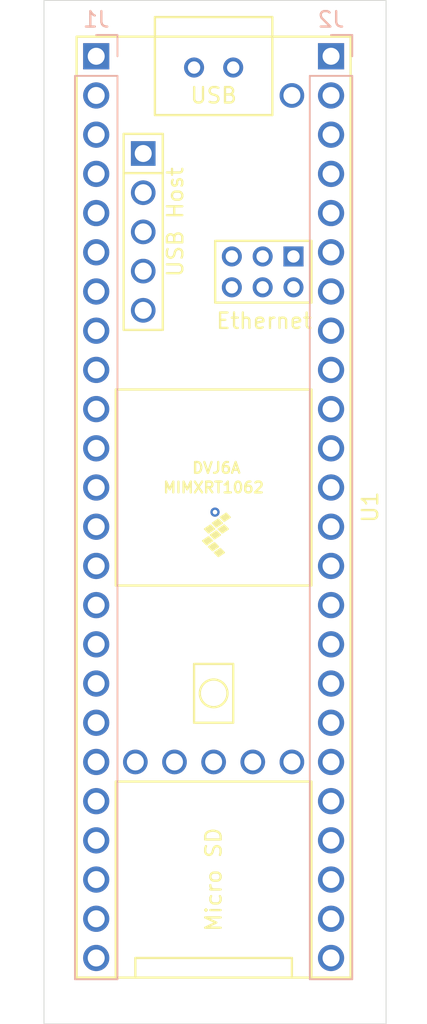
<source format=kicad_pcb>
(kicad_pcb (version 20241229) (generator "pcbnew") (generator_version "9.0")
  (layers (0 "F.Cu" signal) (2 "B.Cu" signal) (13 "F.Paste" user) (15 "B.Paste" user) (5 "F.SilkS" user "F.Silkscreen") (7 "B.SilkS" user "B.Silkscreen") (1 "F.Mask" user) (3 "B.Mask" user) (25 "Edge.Cuts" user))
  (net 0 "")
  (net 1 "Net-(J1-Pin_1)")
  (net 2 "Net-(J1-Pin_11)")
  (net 3 "Net-(J1-Pin_15)")
  (net 4 "Net-(J1-Pin_7)")
  (net 5 "Net-(J1-Pin_20)")
  (net 6 "Net-(J1-Pin_5)")
  (net 7 "Net-(J1-Pin_6)")
  (net 8 "Net-(J1-Pin_17)")
  (net 9 "Net-(J1-Pin_12)")
  (net 10 "Net-(J1-Pin_14)")
  (net 11 "Net-(J1-Pin_9)")
  (net 12 "Net-(J1-Pin_3)")
  (net 13 "Net-(J1-Pin_4)")
  (net 14 "Net-(J1-Pin_10)")
  (net 15 "Net-(J1-Pin_19)")
  (net 16 "Net-(J1-Pin_13)")
  (net 17 "Net-(J1-Pin_18)")
  (net 18 "Net-(J1-Pin_23)")
  (net 19 "Net-(J1-Pin_24)")
  (net 20 "Net-(J1-Pin_21)")
  (net 21 "Net-(J1-Pin_22)")
  (net 22 "Net-(J1-Pin_16)")
  (net 23 "Net-(J1-Pin_8)")
  (net 24 "Net-(J1-Pin_2)")
  (net 25 "Net-(J2-Pin_24)")
  (net 26 "Net-(J2-Pin_5)")
  (net 27 "Net-(J2-Pin_23)")
  (net 28 "Net-(J2-Pin_16)")
  (net 29 "Net-(J2-Pin_13)")
  (net 30 "Net-(J2-Pin_18)")
  (net 31 "Net-(J2-Pin_2)")
  (net 32 "Net-(J2-Pin_14)")
  (net 33 "Net-(J2-Pin_3)")
  (net 34 "Net-(J2-Pin_7)")
  (net 35 "Net-(J2-Pin_17)")
  (net 36 "Net-(J2-Pin_20)")
  (net 37 "Net-(J2-Pin_15)")
  (net 38 "Net-(J2-Pin_8)")
  (net 39 "Net-(J2-Pin_11)")
  (net 40 "Net-(J2-Pin_1)")
  (net 41 "Net-(J2-Pin_6)")
  (net 42 "Net-(J2-Pin_9)")
  (net 43 "Net-(J2-Pin_4)")
  (net 44 "Net-(J2-Pin_19)")
  (net 45 "Net-(J2-Pin_21)")
  (net 46 "Net-(J2-Pin_22)")
  (net 47 "Net-(J2-Pin_12)")
  (net 48 "Net-(J2-Pin_10)")
  (footprint "Teensy_Library:Teensy41" (layer "F.Cu") (at 148.41 104.675 -90)
    (property "Reference" "U1" (at 0 -10.16 90) (layer "F.SilkS"))
    (property "Value" "Teensy4.1")
    (fp_line (start -30.48 8.89) (end -30.48 -8.89) (stroke (width 0.15)) (layer "F.SilkS"))
    (fp_line (start 30.48 8.89) (end -30.48 8.89) (stroke (width 0.15)) (layer "F.SilkS"))
    (fp_line (start -7.62 6.35) (end 5.08 6.35) (stroke (width 0.15)) (layer "F.SilkS"))
    (fp_line (start 5.08 6.35) (end 5.08 -6.35) (stroke (width 0.15)) (layer "F.SilkS"))
    (fp_line (start 17.78 6.35) (end 30.48 6.35) (stroke (width 0.15)) (layer "F.SilkS"))
    (fp_line (start -24.1808 5.8392) (end -24.1808 3.2992) (stroke (width 0.15)) (layer "F.SilkS"))
    (fp_line (start -11.4808 5.8392) (end -24.1808 5.8392) (stroke (width 0.15)) (layer "F.SilkS"))
    (fp_line (start 29.21 5.08) (end 30.48 5.08) (stroke (width 0.15)) (layer "F.SilkS"))
    (fp_line (start -31.75 3.81) (end -31.75 -3.81) (stroke (width 0.15)) (layer "F.SilkS"))
    (fp_line (start -30.48 3.81) (end -31.75 3.81) (stroke (width 0.15)) (layer "F.SilkS"))
    (fp_line (start -25.4 3.81) (end -30.48 3.81) (stroke (width 0.15)) (layer "F.SilkS"))
    (fp_line (start -25.4 3.81) (end -25.4 -3.81) (stroke (width 0.15)) (layer "F.SilkS"))
    (fp_line (start -24.1808 3.2992) (end -21.6408 3.2992) (stroke (width 0.15)) (layer "F.SilkS"))
    (fp_line (start -24.1808 3.2992) (end -11.4808 3.2992) (stroke (width 0.15)) (layer "F.SilkS"))
    (fp_line (start -21.6408 3.2992) (end -21.6408 5.8392) (stroke (width 0.15)) (layer "F.SilkS"))
    (fp_line (start -11.4808 3.2992) (end -11.4808 5.8392) (stroke (width 0.15)) (layer "F.SilkS"))
    (fp_line (start 10.16 1.27) (end 10.16 -1.27) (stroke (width 0.15)) (layer "F.SilkS"))
    (fp_line (start 13.97 1.27) (end 10.16 1.27) (stroke (width 0.15)) (layer "F.SilkS"))
    (fp_line (start -17.25 -0.1016) (end -13.25 -0.1016) (stroke (width 0.15)) (layer "F.SilkS"))
    (fp_line (start -13.25 -0.1016) (end -13.25 -6.3516) (stroke (width 0.15)) (layer "F.SilkS"))
    (fp_line (start 10.16 -1.27) (end 13.97 -1.27) (stroke (width 0.15)) (layer "F.SilkS"))
    (fp_line (start 13.97 -1.27) (end 13.97 1.27) (stroke (width 0.15)) (layer "F.SilkS"))
    (fp_line (start -31.75 -3.81) (end -30.48 -3.81) (stroke (width 0.15)) (layer "F.SilkS"))
    (fp_line (start -25.4 -3.81) (end -30.48 -3.81) (stroke (width 0.15)) (layer "F.SilkS"))
    (fp_line (start 29.21 -5.08) (end 29.21 5.08) (stroke (width 0.15)) (layer "F.SilkS"))
    (fp_line (start 30.48 -5.08) (end 29.21 -5.08) (stroke (width 0.15)) (layer "F.SilkS"))
    (fp_line (start -17.25 -6.1016) (end -17.25 -0.1016) (stroke (width 0.15)) (layer "F.SilkS"))
    (fp_line (start -7.62 -6.35) (end -7.62 6.35) (stroke (width 0.15)) (layer "F.SilkS"))
    (fp_line (start 5.08 -6.35) (end -7.62 -6.35) (stroke (width 0.15)) (layer "F.SilkS"))
    (fp_line (start 17.78 -6.35) (end 17.78 6.35) (stroke (width 0.15)) (layer "F.SilkS"))
    (fp_line (start 30.48 -6.35) (end 17.78 -6.35) (stroke (width 0.15)) (layer "F.SilkS"))
    (fp_line (start -17.25 -6.3516) (end -17.25 -6.1016) (stroke (width 0.15)) (layer "F.SilkS"))
    (fp_line (start -13.25 -6.3516) (end -17.25 -6.3516) (stroke (width 0.15)) (layer "F.SilkS"))
    (fp_line (start -30.48 -8.89) (end 30.48 -8.89) (stroke (width 0.15)) (layer "F.SilkS"))
    (fp_line (start 30.48 -8.89) (end 30.48 8.89) (stroke (width 0.15)) (layer "F.SilkS"))
    (fp_circle (center 12.065 0) (end 12.7 -0.635) (stroke (width 0.15)) (fill no) (layer "F.SilkS"))
    (fp_poly (pts (xy 2.435 0.455) (xy 2.181 0.709) (xy 1.927 0.328) (xy 2.181 0.074)) (stroke (width 0.1)) (fill yes) (layer "F.SilkS"))
    (fp_poly (pts (xy 1.673 0.328) (xy 1.419 0.582) (xy 1.165 0.201) (xy 1.419 -0.053)) (stroke (width 0.1)) (fill yes) (layer "F.SilkS"))
    (fp_poly (pts (xy 2.816 0.074) (xy 2.562 0.328) (xy 2.308 -0.053) (xy 2.562 -0.307)) (stroke (width 0.1)) (fill yes) (layer "F.SilkS"))
    (fp_poly (pts (xy 2.054 -0.053) (xy 1.8 0.201) (xy 1.546 -0.18) (xy 1.8 -0.434)) (stroke (width 0.1)) (fill yes) (layer "F.SilkS"))
    (fp_poly (pts (xy 1.292 -0.18) (xy 1.038 0.074) (xy 0.784 -0.307) (xy 1.038 -0.561)) (stroke (width 0.1)) (fill yes) (layer "F.SilkS"))
    (fp_poly (pts (xy 3.197 -0.307) (xy 2.943 -0.053) (xy 2.689 -0.434) (xy 2.943 -0.688)) (stroke (width 0.1)) (fill yes) (layer "F.SilkS"))
    (fp_poly (pts (xy 1.673 -0.561) (xy 1.419 -0.307) (xy 1.165 -0.688) (xy 1.419 -0.942)) (stroke (width 0.1)) (fill yes) (layer "F.SilkS"))
    (fp_poly (pts (xy 0.911 -0.688) (xy 0.657 -0.434) (xy 0.403 -0.815) (xy 0.657 -1.069)) (stroke (width 0.1)) (fill yes) (layer "F.SilkS"))
    (fp_text user "MIMXRT1062" (at -1.27 0 0) (layer "F.SilkS") (effects (font (size 0.7 0.7))))
    (fp_text user "Ethernet" (at -12.065 -3.2766 0) (layer "F.SilkS"))
    (fp_text user "USB" (at -26.67 0 0) (layer "F.SilkS"))
    (fp_text user "USB Host" (at -18.4658 2.4892 90) (layer "F.SilkS"))
    (fp_text user "DVJ6A" (at -2.54 -0.18 0) (layer "F.SilkS") (effects (font (size 0.7 0.7))))
    (fp_text user "Micro SD" (at 24.13 0 90) (layer "F.SilkS"))
    (pad "1" thru_hole rect (at -29.21 7.62 270) (size 1.6 1.6) (drill 1.1) (layers "*.Cu" "*.Mask") (net 1 "Net-(J1-Pin_1)"))
    (pad "2" thru_hole circle (at -26.67 7.62 270) (size 1.6 1.6) (drill 1.1) (layers "*.Cu" "*.Mask") (net 24 "Net-(J1-Pin_2)"))
    (pad "3" thru_hole circle (at -24.13 7.62 270) (size 1.6 1.6) (drill 1.1) (layers "*.Cu" "*.Mask") (net 12 "Net-(J1-Pin_3)"))
    (pad "4" thru_hole circle (at -21.59 7.62 270) (size 1.6 1.6) (drill 1.1) (layers "*.Cu" "*.Mask") (net 13 "Net-(J1-Pin_4)"))
    (pad "5" thru_hole circle (at -19.05 7.62 270) (size 1.6 1.6) (drill 1.1) (layers "*.Cu" "*.Mask") (net 6 "Net-(J1-Pin_5)"))
    (pad "6" thru_hole circle (at -16.51 7.62 270) (size 1.6 1.6) (drill 1.1) (layers "*.Cu" "*.Mask") (net 7 "Net-(J1-Pin_6)"))
    (pad "7" thru_hole circle (at -13.97 7.62 270) (size 1.6 1.6) (drill 1.1) (layers "*.Cu" "*.Mask") (net 4 "Net-(J1-Pin_7)"))
    (pad "8" thru_hole circle (at -11.43 7.62 270) (size 1.6 1.6) (drill 1.1) (layers "*.Cu" "*.Mask") (net 23 "Net-(J1-Pin_8)"))
    (pad "9" thru_hole circle (at -8.89 7.62 270) (size 1.6 1.6) (drill 1.1) (layers "*.Cu" "*.Mask") (net 11 "Net-(J1-Pin_9)"))
    (pad "10" thru_hole circle (at -6.35 7.62 270) (size 1.6 1.6) (drill 1.1) (layers "*.Cu" "*.Mask") (net 14 "Net-(J1-Pin_10)"))
    (pad "11" thru_hole circle (at -3.81 7.62 270) (size 1.6 1.6) (drill 1.1) (layers "*.Cu" "*.Mask") (net 2 "Net-(J1-Pin_11)"))
    (pad "12" thru_hole circle (at -1.27 7.62 270) (size 1.6 1.6) (drill 1.1) (layers "*.Cu" "*.Mask") (net 9 "Net-(J1-Pin_12)"))
    (pad "13" thru_hole circle (at 1.27 7.62 270) (size 1.6 1.6) (drill 1.1) (layers "*.Cu" "*.Mask") (net 16 "Net-(J1-Pin_13)"))
    (pad "14" thru_hole circle (at 3.81 7.62 270) (size 1.6 1.6) (drill 1.1) (layers "*.Cu" "*.Mask") (net 10 "Net-(J1-Pin_14)"))
    (pad "15" thru_hole circle (at 6.35 7.62 270) (size 1.6 1.6) (drill 1.1) (layers "*.Cu" "*.Mask") (net 3 "Net-(J1-Pin_15)"))
    (pad "16" thru_hole circle (at 8.89 7.62 270) (size 1.6 1.6) (drill 1.1) (layers "*.Cu" "*.Mask") (net 22 "Net-(J1-Pin_16)"))
    (pad "17" thru_hole circle (at 11.43 7.62 270) (size 1.6 1.6) (drill 1.1) (layers "*.Cu" "*.Mask") (net 8 "Net-(J1-Pin_17)"))
    (pad "18" thru_hole circle (at 13.97 7.62 270) (size 1.6 1.6) (drill 1.1) (layers "*.Cu" "*.Mask") (net 17 "Net-(J1-Pin_18)"))
    (pad "19" thru_hole circle (at 16.51 7.62 270) (size 1.6 1.6) (drill 1.1) (layers "*.Cu" "*.Mask") (net 15 "Net-(J1-Pin_19)"))
    (pad "20" thru_hole circle (at 19.05 7.62 270) (size 1.6 1.6) (drill 1.1) (layers "*.Cu" "*.Mask") (net 5 "Net-(J1-Pin_20)"))
    (pad "21" thru_hole circle (at 21.59 7.62 270) (size 1.6 1.6) (drill 1.1) (layers "*.Cu" "*.Mask") (net 20 "Net-(J1-Pin_21)"))
    (pad "22" thru_hole circle (at 24.13 7.62 270) (size 1.6 1.6) (drill 1.1) (layers "*.Cu" "*.Mask") (net 21 "Net-(J1-Pin_22)"))
    (pad "23" thru_hole circle (at 26.67 7.62 270) (size 1.6 1.6) (drill 1.1) (layers "*.Cu" "*.Mask") (net 18 "Net-(J1-Pin_23)"))
    (pad "24" thru_hole circle (at 29.21 7.62 270) (size 1.6 1.6) (drill 1.1) (layers "*.Cu" "*.Mask") (net 19 "Net-(J1-Pin_24)"))
    (pad "25" thru_hole circle (at 29.21 -7.62 270) (size 1.6 1.6) (drill 1.1) (layers "*.Cu" "*.Mask") (net 25 "Net-(J2-Pin_24)"))
    (pad "26" thru_hole circle (at 26.67 -7.62 270) (size 1.6 1.6) (drill 1.1) (layers "*.Cu" "*.Mask") (net 27 "Net-(J2-Pin_23)"))
    (pad "27" thru_hole circle (at 24.13 -7.62 270) (size 1.6 1.6) (drill 1.1) (layers "*.Cu" "*.Mask") (net 46 "Net-(J2-Pin_22)"))
    (pad "28" thru_hole circle (at 21.59 -7.62 270) (size 1.6 1.6) (drill 1.1) (layers "*.Cu" "*.Mask") (net 45 "Net-(J2-Pin_21)"))
    (pad "29" thru_hole circle (at 19.05 -7.62 270) (size 1.6 1.6) (drill 1.1) (layers "*.Cu" "*.Mask") (net 36 "Net-(J2-Pin_20)"))
    (pad "30" thru_hole circle (at 16.51 -7.62 270) (size 1.6 1.6) (drill 1.1) (layers "*.Cu" "*.Mask") (net 44 "Net-(J2-Pin_19)"))
    (pad "31" thru_hole circle (at 13.97 -7.62 270) (size 1.6 1.6) (drill 1.1) (layers "*.Cu" "*.Mask") (net 30 "Net-(J2-Pin_18)"))
    (pad "32" thru_hole circle (at 11.43 -7.62 270) (size 1.6 1.6) (drill 1.1) (layers "*.Cu" "*.Mask") (net 35 "Net-(J2-Pin_17)"))
    (pad "33" thru_hole circle (at 8.89 -7.62 270) (size 1.6 1.6) (drill 1.1) (layers "*.Cu" "*.Mask") (net 28 "Net-(J2-Pin_16)"))
    (pad "34" thru_hole circle (at 6.35 -7.62 270) (size 1.6 1.6) (drill 1.1) (layers "*.Cu" "*.Mask") (net 37 "Net-(J2-Pin_15)"))
    (pad "35" thru_hole circle (at 3.81 -7.62 270) (size 1.6 1.6) (drill 1.1) (layers "*.Cu" "*.Mask") (net 32 "Net-(J2-Pin_14)"))
    (pad "36" thru_hole circle (at 1.27 -7.62 270) (size 1.6 1.6) (drill 1.1) (layers "*.Cu" "*.Mask") (net 29 "Net-(J2-Pin_13)"))
    (pad "37" thru_hole circle (at -1.27 -7.62 270) (size 1.6 1.6) (drill 1.1) (layers "*.Cu" "*.Mask") (net 47 "Net-(J2-Pin_12)"))
    (pad "38" thru_hole circle (at -3.81 -7.62 270) (size 1.6 1.6) (drill 1.1) (layers "*.Cu" "*.Mask") (net 39 "Net-(J2-Pin_11)"))
    (pad "39" thru_hole circle (at -6.35 -7.62 270) (size 1.6 1.6) (drill 1.1) (layers "*.Cu" "*.Mask") (net 48 "Net-(J2-Pin_10)"))
    (pad "40" thru_hole circle (at -8.89 -7.62 270) (size 1.6 1.6) (drill 1.1) (layers "*.Cu" "*.Mask") (net 42 "Net-(J2-Pin_9)"))
    (pad "41" thru_hole circle (at -11.43 -7.62 270) (size 1.6 1.6) (drill 1.1) (layers "*.Cu" "*.Mask") (net 38 "Net-(J2-Pin_8)"))
    (pad "42" thru_hole circle (at -13.97 -7.62 270) (size 1.6 1.6) (drill 1.1) (layers "*.Cu" "*.Mask") (net 34 "Net-(J2-Pin_7)"))
    (pad "43" thru_hole circle (at -16.51 -7.62 270) (size 1.6 1.6) (drill 1.1) (layers "*.Cu" "*.Mask") (net 41 "Net-(J2-Pin_6)"))
    (pad "44" thru_hole circle (at -19.05 -7.62 270) (size 1.6 1.6) (drill 1.1) (layers "*.Cu" "*.Mask") (net 26 "Net-(J2-Pin_5)"))
    (pad "45" thru_hole circle (at -21.59 -7.62 270) (size 1.6 1.6) (drill 1.1) (layers "*.Cu" "*.Mask") (net 43 "Net-(J2-Pin_4)"))
    (pad "46" thru_hole circle (at -24.13 -7.62 270) (size 1.6 1.6) (drill 1.1) (layers "*.Cu" "*.Mask") (net 33 "Net-(J2-Pin_3)"))
    (pad "47" thru_hole circle (at -26.67 -7.62 270) (size 1.6 1.6) (drill 1.1) (layers "*.Cu" "*.Mask") (net 31 "Net-(J2-Pin_2)"))
    (pad "48" thru_hole circle (at -29.21 -7.62 270) (size 1.6 1.6) (drill 1.1) (layers "*.Cu" "*.Mask") (net 40 "Net-(J2-Pin_1)"))
    (pad "49" thru_hole circle (at -26.67 -5.08 270) (size 1.6 1.6) (drill 1.1) (layers "*.Cu" "*.Mask"))
    (pad "50" thru_hole circle (at 16.51 5.08 270) (size 1.6 1.6) (drill 1.1) (layers "*.Cu" "*.Mask"))
    (pad "51" thru_hole circle (at 16.51 2.54 270) (size 1.6 1.6) (drill 1.1) (layers "*.Cu" "*.Mask"))
    (pad "52" thru_hole circle (at 16.51 0 270) (size 1.6 1.6) (drill 1.1) (layers "*.Cu" "*.Mask"))
    (pad "53" thru_hole circle (at 16.51 -2.54 270) (size 1.6 1.6) (drill 1.1) (layers "*.Cu" "*.Mask"))
    (pad "54" thru_hole circle (at 16.51 -5.08 270) (size 1.6 1.6) (drill 1.1) (layers "*.Cu" "*.Mask"))
    (pad "55" thru_hole rect (at -22.9108 4.5692 270) (size 1.6 1.6) (drill 1.1) (layers "*.Cu" "*.Mask"))
    (pad "56" thru_hole circle (at -20.3708 4.5692 270) (size 1.6 1.6) (drill 1.1) (layers "*.Cu" "*.Mask"))
    (pad "57" thru_hole circle (at -17.8308 4.5692 270) (size 1.6 1.6) (drill 1.1) (layers "*.Cu" "*.Mask"))
    (pad "58" thru_hole circle (at -15.2908 4.5692 270) (size 1.6 1.6) (drill 1.1) (layers "*.Cu" "*.Mask"))
    (pad "59" thru_hole circle (at -12.7508 4.5692 270) (size 1.6 1.6) (drill 1.1) (layers "*.Cu" "*.Mask"))
    (pad "60" thru_hole rect (at -16.24 -5.1816 270) (size 1.3 1.3) (drill 0.8) (layers "*.Cu" "*.Mask"))
    (pad "61" thru_hole circle (at -16.24 -3.1816 270) (size 1.3 1.3) (drill 0.8) (layers "*.Cu" "*.Mask"))
    (pad "62" thru_hole circle (at -16.24 -1.1816 270) (size 1.3 1.3) (drill 0.8) (layers "*.Cu" "*.Mask"))
    (pad "63" thru_hole circle (at -14.24 -1.1816 270) (size 1.3 1.3) (drill 0.8) (layers "*.Cu" "*.Mask"))
    (pad "64" thru_hole circle (at -14.24 -3.1816 270) (size 1.3 1.3) (drill 0.8) (layers "*.Cu" "*.Mask"))
    (pad "65" thru_hole circle (at -14.24 -5.1816 270) (size 1.3 1.3) (drill 0.8) (layers "*.Cu" "*.Mask"))
    (pad "66" thru_hole circle (at -28.48 -1.27 270) (size 1.3 1.3) (drill 0.8) (layers "*.Cu" "*.Mask"))
    (pad "67" thru_hole circle (at -28.48 1.27 270) (size 1.3 1.3) (drill 0.8) (layers "*.Cu" "*.Mask"))
  )
  (footprint "Connector_PinHeader_2.54mm:PinHeader_1x24_P2.54mm_Vertical" (layer "B.Cu") (at 156.03 75.465 180)
    (property "Reference" "J2" (at 0 2.38 0) (layer "B.SilkS") (effects (justify mirror)))
    (property "Value" "Conn_01x24_Pin")
    (fp_line (start 1.38 -1.27) (end 1.38 -59.8) (stroke (width 0.12)) (layer "B.SilkS"))
    (fp_line (start -1.38 1.38) (end 0 1.38) (stroke (width 0.12)) (layer "B.SilkS"))
    (fp_line (start -1.38 0) (end -1.38 1.38) (stroke (width 0.12)) (layer "B.SilkS"))
    (fp_line (start -1.38 -1.27) (end 1.38 -1.27) (stroke (width 0.12)) (layer "B.SilkS"))
    (fp_line (start -1.38 -1.27) (end -1.38 -59.8) (stroke (width 0.12)) (layer "B.SilkS"))
    (fp_line (start -1.38 -59.8) (end 1.38 -59.8) (stroke (width 0.12)) (layer "B.SilkS"))
    (pad "1" thru_hole rect (at 0 0 180) (size 1.7 1.7) (drill 1) (layers "*.Cu" "*.Mask") (net 40 "Net-(J2-Pin_1)"))
    (pad "2" thru_hole circle (at 0 -2.54 180) (size 1.7 1.7) (drill 1) (layers "*.Cu" "*.Mask") (net 31 "Net-(J2-Pin_2)"))
    (pad "3" thru_hole circle (at 0 -5.08 180) (size 1.7 1.7) (drill 1) (layers "*.Cu" "*.Mask") (net 33 "Net-(J2-Pin_3)"))
    (pad "4" thru_hole circle (at 0 -7.62 180) (size 1.7 1.7) (drill 1) (layers "*.Cu" "*.Mask") (net 43 "Net-(J2-Pin_4)"))
    (pad "5" thru_hole circle (at 0 -10.16 180) (size 1.7 1.7) (drill 1) (layers "*.Cu" "*.Mask") (net 26 "Net-(J2-Pin_5)"))
    (pad "6" thru_hole circle (at 0 -12.7 180) (size 1.7 1.7) (drill 1) (layers "*.Cu" "*.Mask") (net 41 "Net-(J2-Pin_6)"))
    (pad "7" thru_hole circle (at 0 -15.24 180) (size 1.7 1.7) (drill 1) (layers "*.Cu" "*.Mask") (net 34 "Net-(J2-Pin_7)"))
    (pad "8" thru_hole circle (at 0 -17.78 180) (size 1.7 1.7) (drill 1) (layers "*.Cu" "*.Mask") (net 38 "Net-(J2-Pin_8)"))
    (pad "9" thru_hole circle (at 0 -20.32 180) (size 1.7 1.7) (drill 1) (layers "*.Cu" "*.Mask") (net 42 "Net-(J2-Pin_9)"))
    (pad "10" thru_hole circle (at 0 -22.86 180) (size 1.7 1.7) (drill 1) (layers "*.Cu" "*.Mask") (net 48 "Net-(J2-Pin_10)"))
    (pad "11" thru_hole circle (at 0 -25.4 180) (size 1.7 1.7) (drill 1) (layers "*.Cu" "*.Mask") (net 39 "Net-(J2-Pin_11)"))
    (pad "12" thru_hole circle (at 0 -27.94 180) (size 1.7 1.7) (drill 1) (layers "*.Cu" "*.Mask") (net 47 "Net-(J2-Pin_12)"))
    (pad "13" thru_hole circle (at 0 -30.48 180) (size 1.7 1.7) (drill 1) (layers "*.Cu" "*.Mask") (net 29 "Net-(J2-Pin_13)"))
    (pad "14" thru_hole circle (at 0 -33.02 180) (size 1.7 1.7) (drill 1) (layers "*.Cu" "*.Mask") (net 32 "Net-(J2-Pin_14)"))
    (pad "15" thru_hole circle (at 0 -35.56 180) (size 1.7 1.7) (drill 1) (layers "*.Cu" "*.Mask") (net 37 "Net-(J2-Pin_15)"))
    (pad "16" thru_hole circle (at 0 -38.1 180) (size 1.7 1.7) (drill 1) (layers "*.Cu" "*.Mask") (net 28 "Net-(J2-Pin_16)"))
    (pad "17" thru_hole circle (at 0 -40.64 180) (size 1.7 1.7) (drill 1) (layers "*.Cu" "*.Mask") (net 35 "Net-(J2-Pin_17)"))
    (pad "18" thru_hole circle (at 0 -43.18 180) (size 1.7 1.7) (drill 1) (layers "*.Cu" "*.Mask") (net 30 "Net-(J2-Pin_18)"))
    (pad "19" thru_hole circle (at 0 -45.72 180) (size 1.7 1.7) (drill 1) (layers "*.Cu" "*.Mask") (net 44 "Net-(J2-Pin_19)"))
    (pad "20" thru_hole circle (at 0 -48.26 180) (size 1.7 1.7) (drill 1) (layers "*.Cu" "*.Mask") (net 36 "Net-(J2-Pin_20)"))
    (pad "21" thru_hole circle (at 0 -50.8 180) (size 1.7 1.7) (drill 1) (layers "*.Cu" "*.Mask") (net 45 "Net-(J2-Pin_21)"))
    (pad "22" thru_hole circle (at 0 -53.34 180) (size 1.7 1.7) (drill 1) (layers "*.Cu" "*.Mask") (net 46 "Net-(J2-Pin_22)"))
    (pad "23" thru_hole circle (at 0 -55.88 180) (size 1.7 1.7) (drill 1) (layers "*.Cu" "*.Mask") (net 27 "Net-(J2-Pin_23)"))
    (pad "24" thru_hole circle (at 0 -58.42 180) (size 1.7 1.7) (drill 1) (layers "*.Cu" "*.Mask") (net 25 "Net-(J2-Pin_24)"))
  )
  (footprint "Connector_PinHeader_2.54mm:PinHeader_1x24_P2.54mm_Vertical" (layer "B.Cu") (at 140.79 75.465 180)
    (property "Reference" "J1" (at 0 2.38 0) (layer "B.SilkS") (effects (justify mirror)))
    (property "Value" "Conn_01x24_Pin")
    (fp_line (start 1.38 -1.27) (end 1.38 -59.8) (stroke (width 0.12)) (layer "B.SilkS"))
    (fp_line (start -1.38 1.38) (end 0 1.38) (stroke (width 0.12)) (layer "B.SilkS"))
    (fp_line (start -1.38 0) (end -1.38 1.38) (stroke (width 0.12)) (layer "B.SilkS"))
    (fp_line (start -1.38 -1.27) (end 1.38 -1.27) (stroke (width 0.12)) (layer "B.SilkS"))
    (fp_line (start -1.38 -1.27) (end -1.38 -59.8) (stroke (width 0.12)) (layer "B.SilkS"))
    (fp_line (start -1.38 -59.8) (end 1.38 -59.8) (stroke (width 0.12)) (layer "B.SilkS"))
    (pad "1" thru_hole rect (at 0 0 180) (size 1.7 1.7) (drill 1) (layers "*.Cu" "*.Mask") (net 1 "Net-(J1-Pin_1)"))
    (pad "2" thru_hole circle (at 0 -2.54 180) (size 1.7 1.7) (drill 1) (layers "*.Cu" "*.Mask") (net 24 "Net-(J1-Pin_2)"))
    (pad "3" thru_hole circle (at 0 -5.08 180) (size 1.7 1.7) (drill 1) (layers "*.Cu" "*.Mask") (net 12 "Net-(J1-Pin_3)"))
    (pad "4" thru_hole circle (at 0 -7.62 180) (size 1.7 1.7) (drill 1) (layers "*.Cu" "*.Mask") (net 13 "Net-(J1-Pin_4)"))
    (pad "5" thru_hole circle (at 0 -10.16 180) (size 1.7 1.7) (drill 1) (layers "*.Cu" "*.Mask") (net 6 "Net-(J1-Pin_5)"))
    (pad "6" thru_hole circle (at 0 -12.7 180) (size 1.7 1.7) (drill 1) (layers "*.Cu" "*.Mask") (net 7 "Net-(J1-Pin_6)"))
    (pad "7" thru_hole circle (at 0 -15.24 180) (size 1.7 1.7) (drill 1) (layers "*.Cu" "*.Mask") (net 4 "Net-(J1-Pin_7)"))
    (pad "8" thru_hole circle (at 0 -17.78 180) (size 1.7 1.7) (drill 1) (layers "*.Cu" "*.Mask") (net 23 "Net-(J1-Pin_8)"))
    (pad "9" thru_hole circle (at 0 -20.32 180) (size 1.7 1.7) (drill 1) (layers "*.Cu" "*.Mask") (net 11 "Net-(J1-Pin_9)"))
    (pad "10" thru_hole circle (at 0 -22.86 180) (size 1.7 1.7) (drill 1) (layers "*.Cu" "*.Mask") (net 14 "Net-(J1-Pin_10)"))
    (pad "11" thru_hole circle (at 0 -25.4 180) (size 1.7 1.7) (drill 1) (layers "*.Cu" "*.Mask") (net 2 "Net-(J1-Pin_11)"))
    (pad "12" thru_hole circle (at 0 -27.94 180) (size 1.7 1.7) (drill 1) (layers "*.Cu" "*.Mask") (net 9 "Net-(J1-Pin_12)"))
    (pad "13" thru_hole circle (at 0 -30.48 180) (size 1.7 1.7) (drill 1) (layers "*.Cu" "*.Mask") (net 16 "Net-(J1-Pin_13)"))
    (pad "14" thru_hole circle (at 0 -33.02 180) (size 1.7 1.7) (drill 1) (layers "*.Cu" "*.Mask") (net 10 "Net-(J1-Pin_14)"))
    (pad "15" thru_hole circle (at 0 -35.56 180) (size 1.7 1.7) (drill 1) (layers "*.Cu" "*.Mask") (net 3 "Net-(J1-Pin_15)"))
    (pad "16" thru_hole circle (at 0 -38.1 180) (size 1.7 1.7) (drill 1) (layers "*.Cu" "*.Mask") (net 22 "Net-(J1-Pin_16)"))
    (pad "17" thru_hole circle (at 0 -40.64 180) (size 1.7 1.7) (drill 1) (layers "*.Cu" "*.Mask") (net 8 "Net-(J1-Pin_17)"))
    (pad "18" thru_hole circle (at 0 -43.18 180) (size 1.7 1.7) (drill 1) (layers "*.Cu" "*.Mask") (net 17 "Net-(J1-Pin_18)"))
    (pad "19" thru_hole circle (at 0 -45.72 180) (size 1.7 1.7) (drill 1) (layers "*.Cu" "*.Mask") (net 15 "Net-(J1-Pin_19)"))
    (pad "20" thru_hole circle (at 0 -48.26 180) (size 1.7 1.7) (drill 1) (layers "*.Cu" "*.Mask") (net 5 "Net-(J1-Pin_20)"))
    (pad "21" thru_hole circle (at 0 -50.8 180) (size 1.7 1.7) (drill 1) (layers "*.Cu" "*.Mask") (net 20 "Net-(J1-Pin_21)"))
    (pad "22" thru_hole circle (at 0 -53.34 180) (size 1.7 1.7) (drill 1) (layers "*.Cu" "*.Mask") (net 21 "Net-(J1-Pin_22)"))
    (pad "23" thru_hole circle (at 0 -55.88 180) (size 1.7 1.7) (drill 1) (layers "*.Cu" "*.Mask") (net 18 "Net-(J1-Pin_23)"))
    (pad "24" thru_hole circle (at 0 -58.42 180) (size 1.7 1.7) (drill 1) (layers "*.Cu" "*.Mask") (net 19 "Net-(J1-Pin_24)"))
  )
  (gr_rect (start 137.4 71.845) (end 159.6 138.155) (stroke (width 0.05)) (fill no) (layer "Edge.Cuts"))
  (via (at 148.5 105) (size 0.6) (drill 0.3) (layers "F.Cu" "B.Cu") (net 0))
)
</source>
